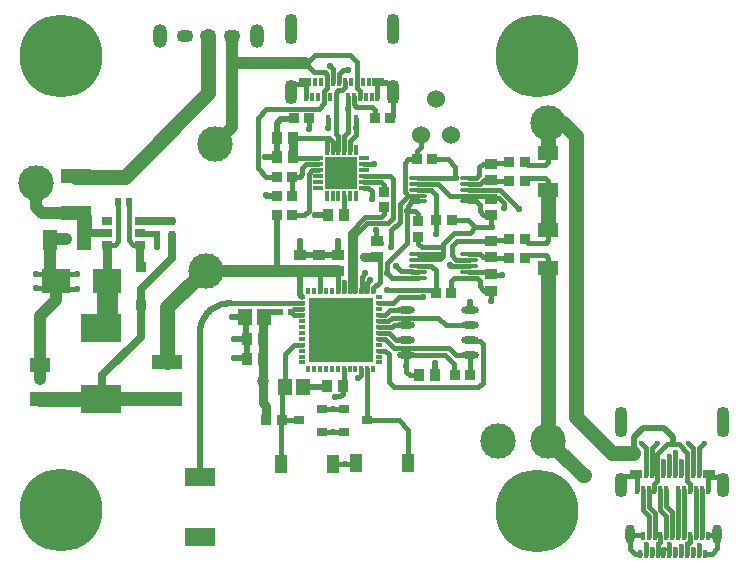
<source format=gbr>
%FSTAX23Y23*%
%MOIN*%
%SFA1B1*%

%IPPOS*%
%AMD13*
4,1,8,0.027600,0.005500,-0.027600,0.005500,-0.028900,0.004100,-0.028900,-0.004100,-0.027600,-0.005500,0.027600,-0.005500,0.028900,-0.004100,0.028900,0.004100,0.027600,0.005500,0.0*
1,1,0.002756,0.027600,0.004100*
1,1,0.002756,-0.027600,0.004100*
1,1,0.002756,-0.027600,-0.004100*
1,1,0.002756,0.027600,-0.004100*
%
%AMD22*
4,1,8,-0.006900,0.007100,-0.006900,-0.007100,-0.005200,-0.008900,0.005200,-0.008900,0.006900,-0.007100,0.006900,0.007100,0.005200,0.008900,-0.005200,0.008900,-0.006900,0.007100,0.0*
1,1,0.003444,-0.005200,0.007100*
1,1,0.003444,-0.005200,-0.007100*
1,1,0.003444,0.005200,-0.007100*
1,1,0.003444,0.005200,0.007100*
%
%AMD23*
4,1,8,0.007100,0.006900,-0.007100,0.006900,-0.008900,0.005200,-0.008900,-0.005200,-0.007100,-0.006900,0.007100,-0.006900,0.008900,-0.005200,0.008900,0.005200,0.007100,0.006900,0.0*
1,1,0.003444,0.007100,0.005200*
1,1,0.003444,-0.007100,0.005200*
1,1,0.003444,-0.007100,-0.005200*
1,1,0.003444,0.007100,-0.005200*
%
%AMD24*
4,1,8,0.005100,-0.015800,0.005100,0.015800,0.004800,0.016100,-0.004800,0.016100,-0.005100,0.015800,-0.005100,-0.015800,-0.004800,-0.016100,0.004800,-0.016100,0.005100,-0.015800,0.0*
1,1,0.000716,0.004800,-0.015800*
1,1,0.000716,0.004800,0.015800*
1,1,0.000716,-0.004800,0.015800*
1,1,0.000716,-0.004800,-0.015800*
%
%AMD25*
4,1,8,0.005100,-0.016200,0.005100,0.016200,0.004800,0.016500,-0.004800,0.016500,-0.005100,0.016200,-0.005100,-0.016200,-0.004800,-0.016500,0.004800,-0.016500,0.005100,-0.016200,0.0*
1,1,0.000716,0.004800,-0.016200*
1,1,0.000716,0.004800,0.016200*
1,1,0.000716,-0.004800,0.016200*
1,1,0.000716,-0.004800,-0.016200*
%
%AMD26*
4,1,8,0.015800,0.005100,-0.015800,0.005100,-0.016100,0.004800,-0.016100,-0.004800,-0.015800,-0.005100,0.015800,-0.005100,0.016100,-0.004800,0.016100,0.004800,0.015800,0.005100,0.0*
1,1,0.000716,0.015800,0.004800*
1,1,0.000716,-0.015800,0.004800*
1,1,0.000716,-0.015800,-0.004800*
1,1,0.000716,0.015800,-0.004800*
%
%ADD10C,0.020000*%
%ADD11R,0.041339X0.062992*%
%ADD12R,0.011811X0.031496*%
G04~CAMADD=13~8~0.0~0.0~578.7~110.2~13.8~0.0~15~0.0~0.0~0.0~0.0~0~0.0~0.0~0.0~0.0~0~0.0~0.0~0.0~0.0~578.7~110.2*
%ADD13D13*%
%ADD14R,0.033465X0.037402*%
%ADD15R,0.066929X0.045276*%
%ADD16R,0.039370X0.035433*%
%ADD17R,0.011811X0.027559*%
%ADD18R,0.039370X0.027559*%
%ADD19R,0.019685X0.023622*%
%ADD20R,0.051181X0.055118*%
%ADD21R,0.212598X0.212598*%
G04~CAMADD=22~8~0.0~0.0~177.2~137.8~17.2~0.0~15~0.0~0.0~0.0~0.0~0~0.0~0.0~0.0~0.0~0~0.0~0.0~0.0~90.0~138.0~178.0*
%ADD22D22*%
G04~CAMADD=23~8~0.0~0.0~177.2~137.8~17.2~0.0~15~0.0~0.0~0.0~0.0~0~0.0~0.0~0.0~0.0~0~0.0~0.0~0.0~0.0~177.2~137.8*
%ADD23D23*%
G04~CAMADD=24~8~0.0~0.0~322.8~102.4~3.6~0.0~15~0.0~0.0~0.0~0.0~0~0.0~0.0~0.0~0.0~0~0.0~0.0~0.0~270.0~102.0~322.0*
%ADD24D24*%
G04~CAMADD=25~8~0.0~0.0~330.7~102.4~3.6~0.0~15~0.0~0.0~0.0~0.0~0~0.0~0.0~0.0~0.0~0~0.0~0.0~0.0~270.0~102.0~330.0*
%ADD25D25*%
G04~CAMADD=26~8~0.0~0.0~322.8~102.4~3.6~0.0~15~0.0~0.0~0.0~0.0~0~0.0~0.0~0.0~0.0~0~0.0~0.0~0.0~0.0~322.8~102.4*
%ADD26D26*%
%ADD27R,0.106299X0.106299*%
%ADD28R,0.137795X0.092520*%
%ADD29R,0.035433X0.039370*%
%ADD30R,0.098425X0.045276*%
%ADD31R,0.096457X0.084646*%
%ADD32R,0.070866X0.051181*%
%ADD33R,0.037402X0.025591*%
%ADD34R,0.023622X0.025197*%
%ADD35R,0.023622X0.029528*%
%ADD36R,0.051181X0.070866*%
%ADD37R,0.037402X0.035433*%
%ADD38R,0.037402X0.033465*%
%ADD39R,0.102362X0.059055*%
%ADD40R,0.035433X0.031496*%
%ADD41O,0.059055X0.023622*%
%ADD42R,0.015748X0.027559*%
%ADD43C,0.015000*%
%ADD44C,0.030000*%
%ADD45C,0.040000*%
%ADD46C,0.050000*%
%ADD47C,0.010000*%
%ADD48C,0.045000*%
%ADD49C,0.025000*%
%ADD50C,0.012000*%
%ADD51C,0.070000*%
%ADD52C,0.060000*%
%ADD53O,0.031496X0.062992*%
%ADD54C,0.275591*%
%ADD55O,0.043307X0.082677*%
%ADD56O,0.043307X0.102362*%
%ADD57O,0.047240X0.078740*%
%ADD58O,0.055118X0.043307*%
%ADD59C,0.118110*%
%ADD60C,0.023000*%
%ADD61C,0.016000*%
%ADD62C,0.028000*%
%ADD63C,0.040000*%
%LNpcb_power_measurement_copper_signal_top-1*%
%LPD*%
G54D10*
X03024Y02568D02*
D01*
X03017Y02568*
X0301Y02567*
X03003Y02566*
X02996Y02565*
X02989Y02562*
X02983Y0256*
X02977Y02557*
X02971Y02553*
X02965Y02549*
X02959Y02545*
X02954Y0254*
X02949Y02535*
X02945Y0253*
X02941Y02524*
X02937Y02518*
X02934Y02512*
X02931Y02506*
X02928Y02499*
X02926Y02493*
X02925Y02486*
X02924Y02479*
X02924Y02472*
X02924Y02468*
X03259Y0273D02*
X03322D01*
X04502Y02099D02*
Y02122D01*
X0447Y02154D02*
X04502Y02122D01*
X04401Y02154D02*
X0447D01*
X0437Y02123D02*
X04401Y02154D01*
X0437Y0207D02*
Y02123D01*
X03823Y02547D02*
Y02574D01*
Y02547D02*
X03824Y02546D01*
X03024Y02568D02*
X03029D01*
X02924Y01995D02*
Y02468D01*
X04368Y02068D02*
X0437Y0207D01*
X03152Y02539D02*
X03191D01*
X03385Y0273D02*
X03385Y0273D01*
X03081Y02385D02*
X03082Y02385D01*
X03709Y02331D02*
Y02368D01*
X03708Y0233D02*
X03709Y02331D01*
X03567Y03272D02*
Y03285D01*
X03549Y03303D02*
X03567Y03285D01*
X03523Y03303D02*
X03549D01*
X03519Y03307D02*
X03523Y03303D01*
X03181Y02677D02*
D01*
Y02864*
X03082Y02385D02*
Y0245D01*
X03082Y0245D02*
X03082Y0245D01*
X03078Y02454D02*
X03082Y0245D01*
X03078Y02454D02*
Y02518D01*
X03073Y02522D02*
X03078Y02518D01*
X03037Y02385D02*
X03081D01*
X03037Y02385D02*
X03037Y02385D01*
X03037Y0245D02*
X03037Y0245D01*
X03082*
X03082Y0245*
X0303Y02522D02*
X03073D01*
X03345Y02291D02*
X03347Y02293D01*
X03271Y02291D02*
X03345D01*
X03322Y0273D02*
X03385D01*
X03259D02*
D01*
X03193Y03183D02*
Y03184D01*
X0318Y03169D02*
X03193Y03183D01*
X0318Y0312D02*
Y03169D01*
X0318Y0312D02*
X0318Y0312D01*
X0318Y03057D02*
Y0312D01*
X02781Y02797D02*
Y02798D01*
X02779Y028D02*
X02781Y02798D01*
X02726Y028D02*
X02779D01*
X02723Y02803D02*
X02726Y028D01*
X02781Y02757D02*
D01*
Y02797*
X03144Y02928D02*
X03144Y02927D01*
X0318*
X03181Y02927*
X03142Y03057D02*
X0318D01*
X03194Y03184D02*
X03235D01*
X03193Y03184D02*
X03194Y03184D01*
X03235D02*
X03236Y03185D01*
X03307Y02862D02*
X03351D01*
X03385Y02775D02*
X03385Y02775D01*
Y0273D02*
Y02775D01*
X03259Y0273D02*
Y02775D01*
X03136Y02522D02*
Y02524D01*
X03152Y02539*
X03259Y02677D02*
D01*
Y02596D02*
Y02677D01*
Y02596D02*
X03265Y0259D01*
G54D11*
X03369Y02034D03*
X03194D03*
X03619Y02035D03*
X03444D03*
G54D12*
X04607Y01734D03*
X04587D03*
X04568D03*
X04548D03*
X04528D03*
X04509D03*
X04489D03*
X04469D03*
X0445D03*
X0443D03*
X0441D03*
X0439D03*
X044Y01793D03*
X0442D03*
X0444D03*
X04459D03*
X04479D03*
X04499D03*
X04518D03*
X04538D03*
X04558D03*
X04577D03*
X04597D03*
X04617D03*
G54D13*
X03652Y02733D03*
Y02714D03*
Y02694D03*
Y02674D03*
Y02654D03*
X03821D03*
Y02674D03*
Y02694D03*
Y02714D03*
Y02733D03*
X03652Y02986D03*
Y02967D03*
Y02947D03*
Y02927D03*
Y02908D03*
X03821D03*
Y02927D03*
Y02947D03*
Y02967D03*
Y02986D03*
G54D14*
X03699Y03049D03*
X03648D03*
X03711Y02603D03*
X03762D03*
X04006Y02977D03*
X03955D03*
X04006Y02782D03*
X03955D03*
X04006Y02719D03*
X03955D03*
X03763Y02847D03*
X03712D03*
X04006Y0304D03*
X03955D03*
X03145Y02179D03*
X03196D03*
X03773Y02328D03*
X03824D03*
X03181Y02927D03*
X03232D03*
Y02864D03*
X03181D03*
X03232Y0299D03*
X03181D03*
X03507Y03185D03*
X03559D03*
X03236D03*
X03287D03*
G54D15*
X04085Y02687D03*
Y02812D03*
Y02945D03*
Y03069D03*
G54D16*
X03895Y02665D03*
Y02611D03*
Y02864D03*
Y02917D03*
Y02981D03*
Y03034D03*
Y02777D03*
Y02724D03*
X03513Y02776D03*
Y02723D03*
X03385Y0273D03*
Y02677D03*
X03322Y0273D03*
Y02677D03*
X03259D03*
Y0273D03*
G54D17*
X04597Y01946D03*
X04577D03*
X04558D03*
X04538D03*
X04518D03*
X04617D03*
X04459D03*
X04439D03*
X0442D03*
X044D03*
X0438D03*
X04479D03*
X0441Y01998D03*
X0443D03*
X04449D03*
X04469D03*
X04489D03*
X04528D03*
X04548D03*
X04567D03*
X04587D03*
X04508D03*
X03407Y03307D03*
X03486D03*
X03466D03*
X03446D03*
X03427D03*
X03387D03*
X03368D03*
X03348D03*
X03328D03*
X03309D03*
X03377Y03255D03*
X03279D03*
X03299D03*
X03318D03*
X03338D03*
X03358D03*
X03515D03*
X03417D03*
X03437D03*
X03456D03*
X03476D03*
X03496D03*
G54D18*
X04376Y01998D03*
X04621Y01998D03*
X03519Y03307D03*
X03275Y03307D03*
G54D19*
X03227Y02539D03*
X03192D03*
G54D20*
X03269Y0229D03*
X03206D03*
X03073Y02522D03*
X03136D03*
G54D21*
X03393Y0248D03*
G54D22*
X03285Y02608D03*
X03305D03*
X03324D03*
X03344D03*
X03364D03*
X03383D03*
X03403D03*
X03423D03*
X03442D03*
X03462D03*
X03482D03*
X03501D03*
Y02351D03*
X03482D03*
X03462D03*
X03442D03*
X03423D03*
X03403D03*
X03383D03*
X03364D03*
X03344D03*
X03324D03*
X03305D03*
X03285D03*
G54D23*
X03522Y02588D03*
Y02568D03*
Y02549D03*
Y02529D03*
Y02509D03*
Y0249D03*
Y0247D03*
Y0245D03*
Y02431D03*
Y02411D03*
Y02391D03*
Y02372D03*
X03265D03*
Y02391D03*
Y02411D03*
Y02431D03*
Y0245D03*
Y0247D03*
Y0249D03*
Y02509D03*
Y02529D03*
Y02549D03*
Y02568D03*
Y02588D03*
G54D24*
X03405Y0308D03*
X03425D03*
X03385D03*
X03366D03*
X03346D03*
X03385Y02926D03*
X03366D03*
X03346D03*
X03405D03*
X03425D03*
X03444D03*
G54D25*
X03444Y03081D03*
G54D26*
X03318Y03013D03*
Y03033D03*
Y03053D03*
Y02994D03*
Y02974D03*
Y02954D03*
X03472Y02994D03*
Y02974D03*
Y02954D03*
Y03013D03*
Y03033D03*
Y03053D03*
G54D27*
X03395Y03003D03*
G54D28*
X02594Y02485D03*
Y02249D03*
G54D29*
X03347Y02293D03*
X034D03*
X03655Y02328D03*
X03708D03*
X03082Y02384D03*
X03135D03*
X03082Y0245D03*
X03135D03*
X03404Y02862D03*
X03351D03*
X03233Y03057D03*
X0318D03*
Y0312D03*
X03233D03*
G54D30*
X02815Y02373D03*
Y02249D03*
X02511Y02868D03*
Y02992D03*
G54D31*
X02445Y02643D03*
X02615D03*
G54D32*
X0239Y0225D03*
Y02364D03*
G54D33*
X02615Y02763D03*
Y02803D03*
Y02842D03*
X02723D03*
Y02803D03*
Y02763D03*
G54D34*
X02687Y02905D03*
X02652D03*
G54D35*
X0283Y02842D03*
Y02797D03*
X02781D03*
Y02842D03*
G54D36*
X02423Y0278D03*
X02537D03*
G54D37*
X02727Y02564D03*
Y02688D03*
G54D38*
X03652Y02791D03*
Y02842D03*
X03537Y02889D03*
Y0294D03*
G54D39*
X02924Y0199D03*
Y01789D03*
G54D40*
X03253Y02178D03*
X03332Y02215D03*
Y0214D03*
X03482Y02178D03*
X03403Y0214D03*
Y02215D03*
G54D41*
X03823Y02396D03*
Y02446D03*
Y02496D03*
Y02546D03*
X03611Y02396D03*
Y02446D03*
Y02496D03*
Y02546D03*
G54D42*
X03444Y03183D03*
X03417D03*
X0335D03*
X03377D03*
G54D43*
X03662Y03091D02*
Y0313D01*
X03648Y03077D02*
X03662Y03091D01*
X03648Y03049D02*
Y03077D01*
X03647Y03048D02*
X03648Y03049D01*
X03526Y02974D02*
X03537Y02964D01*
Y0294D02*
Y02964D01*
X03472Y02974D02*
X03526D01*
X03537Y02865D02*
Y02889D01*
X03528Y02856D02*
X03537Y02865D01*
X03475Y02856D02*
X03528D01*
X0359Y02898D02*
X03619Y02927D01*
X0359Y0284D02*
Y02898D01*
X03562Y02812D02*
X0359Y0284D01*
X03557Y02994D02*
X03568Y02983D01*
Y02854D02*
Y02983D01*
X0355Y02836D02*
X03568Y02854D01*
X03615Y02875D02*
X03617Y02876D01*
Y02892*
X03632Y02908*
X03652*
X03562Y02756D02*
Y02812D01*
X03775Y02986D02*
Y03024D01*
X03733Y02733D02*
Y02756D01*
Y02725D02*
Y02733D01*
X03513Y02723D02*
X03524Y02713D01*
X03612Y02393D02*
X03613Y02394D01*
X03377Y02668D02*
X03383Y02661D01*
X03724Y02716D02*
X03733Y02725D01*
X03653Y02716D02*
X03724D01*
X03733Y02756D02*
Y02766D01*
X03663Y02756D02*
X03733D01*
X03652Y02767D02*
X03663Y02756D01*
X03652Y02767D02*
Y02791D01*
Y02842D02*
Y02865D01*
X03641Y02875D02*
X03652Y02865D01*
X03615Y02875D02*
X03641D01*
X03615Y0277D02*
Y02874D01*
X03615Y02875*
X03549Y02704D02*
X03615Y0277D01*
X03594Y02676D02*
X0363D01*
X03577Y02694D02*
X03594Y02676D01*
X0363D02*
X03632Y02674D01*
X03652*
X03549Y02669D02*
Y02704D01*
X03607Y03035D02*
X03619Y03048D01*
X03607Y0294D02*
Y03035D01*
Y0294D02*
X03619Y02927D01*
X03652*
X03752Y03048D02*
X03775Y03024D01*
X037Y03048D02*
X03752D01*
X03699Y03049D02*
X037Y03048D01*
X03588Y02589D02*
X03668D01*
X03549Y02669D02*
X03563Y02654D01*
X03824Y02804D02*
X03842Y02822D01*
X03771Y02804D02*
X03824D01*
X03733Y02766D02*
X03771Y02804D01*
X03764Y02846D02*
X03818D01*
X03763Y02847D02*
X03764Y02846D01*
X03818D02*
X03842Y02822D01*
X03896*
X03652Y02733D02*
X03733D01*
X03619Y03048D02*
X03647D01*
X03652Y02986D02*
X03775D01*
X03652Y02986D02*
X03652Y02986D01*
X03423Y03396D02*
X03446Y03373D01*
X03306Y03396D02*
X03423D01*
X03277Y03367D02*
X03306Y03396D01*
X03277Y03367D02*
X03305Y03339D01*
X0334*
X03524Y02641D02*
Y02713D01*
X03501Y02618D02*
X03524Y02641D01*
X02446Y02617D02*
X02514D01*
X02445Y02618D02*
X02446Y02617D01*
X02469Y02667D02*
X02514D01*
X02445Y02643D02*
X02469Y02667D01*
X02376Y02619D02*
X02444D01*
X02445Y02618*
X02376Y02667D02*
X02422D01*
X02423Y02666*
X03423Y02804D02*
X03475Y02856D01*
X03482Y02836D02*
X0355D01*
X03442Y02796D02*
X03482Y02836D01*
X03501Y03033D02*
X03503Y03032D01*
X03472Y03033D02*
X03501D01*
X03383Y02608D02*
Y02661D01*
X03442Y02608D02*
Y02796D01*
X03423Y02608D02*
Y02804D01*
X03463Y02609D02*
Y02656D01*
X03462Y02608D02*
X03463Y02609D01*
Y02656D02*
X03475Y02668D01*
X03423Y02608D02*
X03423Y02608D01*
X03403Y02608D02*
Y02641D01*
X03482Y02637D02*
X03492Y02647D01*
X03482Y02608D02*
Y02637D01*
X03563Y02654D02*
X03652D01*
X03513Y02723D02*
X03513Y02723D01*
X03526Y02771D02*
X03526Y0277D01*
X03501Y02608D02*
Y02618D01*
X03377Y02668D02*
X03385Y02677D01*
X03711Y02603D02*
Y02678D01*
X03548Y02613D02*
X03702D01*
X03711Y02603*
Y02603D02*
Y02603D01*
X03568Y02568D02*
X03588Y02589D01*
X03522Y02568D02*
X03568D01*
X03711Y02798D02*
X03711Y02799D01*
Y02846*
X03712Y02847*
X03772Y02654D02*
X03821D01*
X03762Y02644D02*
X03772Y02654D01*
X03762Y02603D02*
Y02644D01*
X03695Y02694D02*
X03711Y02678D01*
X03652Y02694D02*
X03695D01*
X03712Y02847D02*
Y02928D01*
X03693Y02947D02*
X03712Y02928D01*
X03652Y02947D02*
X03693D01*
X03472Y02994D02*
X03557D01*
X03759Y02927D02*
X03821D01*
X03719Y02967D02*
X03759Y02927D01*
X03652Y02967D02*
X03719D01*
X03923Y02947D02*
X03987Y02884D01*
X04548Y01765D02*
X04558Y01774D01*
X0445Y01764D02*
X0445Y01765D01*
X03922Y02918D02*
X03939Y02902D01*
Y02885D02*
Y02902D01*
X03896Y02918D02*
X03922D01*
X03821Y02947D02*
X03923D01*
X03758Y02694D02*
X0382D01*
X03758Y02695D02*
X03758Y02694D01*
X03512Y02777D02*
Y02811D01*
X03135Y0245D02*
X03137Y02452D01*
X03821Y02674D02*
X03895D01*
X03931Y02664D02*
X03932Y02663D01*
X03896Y02664D02*
X03931D01*
X03895Y02665D02*
X03896Y02664D01*
X03884Y02927D02*
X03895Y02917D01*
Y02917D02*
X03896Y02918D01*
X03895Y02577D02*
Y02611D01*
X03895Y02822D02*
X03896Y02822D01*
X03895Y02822D02*
Y02863D01*
X03895Y02864D02*
X03895Y02863D01*
X03867Y02724D02*
X03895D01*
X03857Y02733D02*
X03867Y02724D01*
X03821Y02733D02*
X03857D01*
X0387Y02981D02*
X03895D01*
X03856Y02967D02*
X0387Y02981D01*
X03821Y02967D02*
X03856D01*
X03855Y03022D02*
X03867Y03034D01*
X03855Y02996D02*
Y03022D01*
X03845Y02986D02*
X03855Y02996D01*
X03867Y03034D02*
X03895D01*
X03821Y02986D02*
X03845D01*
X04084Y02779D02*
X04085Y02812D01*
X04076Y02771D02*
X04084Y02779D01*
X04017Y02771D02*
X04076D01*
Y0273D02*
X04085Y02721D01*
X04017Y0273D02*
X04076D01*
X04084Y03039D02*
Y03068D01*
X04073Y03029D02*
X04084Y03039D01*
X04017Y03029D02*
X04073D01*
X04006Y0304D02*
X04017Y03029D01*
X04084Y03068D02*
X04085Y03069D01*
X04084Y02946D02*
Y02976D01*
X04073Y02987D02*
X04084Y02976D01*
X04016Y02987D02*
X04073D01*
X04006Y02977D02*
X04016Y02987D01*
X04084Y02946D02*
X04085Y02945D01*
X03895Y02981D02*
X03899Y02977D01*
X03955*
X03952Y03037D02*
X03955Y0304D01*
X03897Y03037D02*
X03952D01*
X03895Y03034D02*
X03897Y03037D01*
X03857Y02875D02*
Y02896D01*
X03845Y02908D02*
X03857Y02896D01*
X03821Y02908D02*
X03845D01*
X03867Y02864D02*
X03895D01*
X03857Y02875D02*
X03867Y02864D01*
X0387Y02611D02*
X03895D01*
X03857Y02625D02*
X0387Y02611D01*
X03857Y02625D02*
Y02644D01*
X03821Y02927D02*
X03884D01*
X03846Y02654D02*
X03857Y02644D01*
X03821Y02654D02*
X03846D01*
X03781Y02777D02*
X03895D01*
X03765Y02761D02*
X03781Y02777D01*
X03765Y02729D02*
Y02761D01*
Y02729D02*
X03779Y02714D01*
X03821*
X03953Y02779D02*
X03955Y02782D01*
X03897Y02779D02*
X03953D01*
X03895Y02777D02*
X03897Y02779D01*
X03952Y02721D02*
X03955Y02719D01*
X03897Y02721D02*
X03952D01*
X03895Y02724D02*
X03897Y02721D01*
X04085Y02687D02*
Y02721D01*
X03029Y02568D02*
X03265D01*
X0443Y02087D02*
X04446Y02103D01*
X0443Y01999D02*
Y02087D01*
X0441Y01734D02*
Y01765D01*
X04568Y01734D02*
Y01751D01*
X04509D02*
X04509Y0175D01*
Y01734D02*
Y0175D01*
Y01734D02*
X04509Y01734D01*
X04469Y0175D02*
X0447Y01751D01*
X04469Y01734D02*
Y0175D01*
X04469Y01734D02*
X04469Y01734D01*
X04489Y01765D02*
X04489Y01765D01*
Y01734D02*
Y01765D01*
X0443Y01751D02*
X0443Y0175D01*
X0445Y01734D02*
Y01764D01*
X0443Y01734D02*
Y0175D01*
Y01734D02*
X0443Y01734D01*
X0445Y01765D02*
X0445Y01764D01*
X04588Y01761D02*
Y01763D01*
Y01761D02*
X04588Y01761D01*
Y01744D02*
Y01761D01*
X04588Y01744D02*
X04588Y01744D01*
X04588Y01734D02*
Y01744D01*
X04587Y01734D02*
X04588Y01734D01*
X04528Y0176D02*
X04529Y01761D01*
X04528Y01734D02*
Y0176D01*
X04528Y01734D02*
X04528Y01734D01*
X04358Y01749D02*
Y018D01*
Y01749D02*
X04374Y01734D01*
X0439*
X04649Y01753D02*
Y018D01*
X0463Y01734D02*
X04649Y01753D01*
X04607Y01734D02*
X0463D01*
X04548Y01734D02*
Y01765D01*
X04548Y01734D02*
X04548Y01734D01*
X04558Y01774D02*
Y01793D01*
X0445Y01734D02*
X0445Y01734D01*
X0445Y01765D02*
X04459Y01774D01*
X0445Y01765D02*
X0445D01*
X04489Y01734D02*
X04489Y01734D01*
X04528Y02041D02*
X04528Y02042D01*
X04548Y01998D02*
Y02071D01*
X04567Y01998D02*
Y02087D01*
X04645Y01796D02*
X04649Y018D01*
X04459Y01774D02*
Y01793D01*
X04362Y01796D02*
X04399D01*
X04358Y018D02*
X04362Y01796D01*
X04618D02*
X04645D01*
X04469Y01998D02*
Y02043D01*
X04469Y01998D02*
X04469Y01998D01*
X04489Y01998D02*
Y02057D01*
X04489Y01998D02*
X04489Y01998D01*
Y02057D02*
X04489Y02058D01*
X04597Y01793D02*
Y01946D01*
X04577Y01793D02*
Y01946D01*
X04538Y01793D02*
Y01946D01*
X04518Y01793D02*
Y01946D01*
X04499Y01793D02*
Y01872D01*
X04479Y01793D02*
Y01861D01*
X0444Y01793D02*
Y0187D01*
X0442Y01793D02*
Y0186D01*
X04459Y01881D02*
Y01946D01*
Y01881D02*
X04479Y01861D01*
X04479Y01892D02*
Y01946D01*
Y01892D02*
X04499Y01872D01*
X0442Y0189D02*
Y01946D01*
Y0189D02*
X0444Y0187D01*
X03482Y02178D02*
Y02351D01*
X03607Y02034D02*
X03619Y02046D01*
Y02145*
X03586Y02178D02*
X03619Y02145D01*
X03482Y02178D02*
X03586D01*
X03371Y02032D02*
X03407D01*
X03369Y02034D02*
X03371Y02032D01*
X03439Y02023D02*
Y02034D01*
X03437Y02032D02*
X03439Y02034D01*
X03407Y02032D02*
X03437D01*
X03482Y02178D02*
X03482D01*
X03194Y02034D02*
X03195Y02035D01*
Y02177*
X03196Y02179*
X03375Y02258D02*
X03391D01*
X034Y02267*
Y02293*
X03374Y02257D02*
X03375Y02258D01*
X0441Y01998D02*
Y02086D01*
X04394Y02102D02*
X0441Y02086D01*
X04502Y02099D02*
X0452D01*
X04481D02*
X04502D01*
X04328Y0199D02*
X0433Y01992D01*
X04371*
X04376Y01998*
X04652Y01991D02*
X04669Y01974D01*
X04627Y01991D02*
X04652D01*
X04669Y01962D02*
Y01974D01*
X04621Y01998D02*
X04627Y01991D01*
X04617Y01946D02*
Y01994D01*
X04621Y01998*
X04617Y01946D02*
X04617Y01946D01*
X04528Y01998D02*
Y02041D01*
X04528Y01998D02*
X04528Y01998D01*
X04508Y02073D02*
X04509Y02074D01*
X04508Y01998D02*
Y02073D01*
X04508Y01998D02*
X04508Y01998D01*
X0452Y02099D02*
X04548Y02071D01*
X04548Y01998D02*
X04548Y01998D01*
X04558Y01946D02*
Y01967D01*
X04548Y01977D02*
X04558Y01967D01*
X04548Y01977D02*
Y01997D01*
X04449Y01976D02*
Y01998D01*
X04439Y01966D02*
X04449Y01976D01*
X04439Y01946D02*
Y01966D01*
X04548Y01998D02*
X04548Y01997D01*
X04449Y01998D02*
Y02067D01*
X04587Y01998D02*
Y02087D01*
X04449Y02067D02*
X04481Y02099D01*
X0438Y01946D02*
Y01994D01*
X04376Y01998D02*
X0438Y01994D01*
X044Y0188D02*
X0442Y0186D01*
X044Y0188D02*
Y01946D01*
X04394Y02102D02*
Y02103D01*
X04328Y01978D02*
Y0199D01*
X04552Y02103D02*
X04567Y02087D01*
X04587Y02087D02*
X04603Y02103D01*
X04668Y01978D02*
Y0199D01*
X034Y02293D02*
X03403Y02295D01*
X03237Y02529D02*
X03265D01*
X03227Y02539D02*
X03237Y02529D01*
X03227Y02539D02*
X03236Y02549D01*
X03265*
X03346Y03113D02*
X03353Y0312D01*
X03233D02*
X03353D01*
X03357Y03361D02*
X03368Y0335D01*
Y03307D02*
Y0335D01*
X03624Y02328D02*
X03655D01*
X03612Y02339D02*
X03624Y02328D01*
X03754Y02421D02*
X03779Y02395D01*
X03571Y02421D02*
X03754D01*
X03541Y0245D02*
X03571Y02421D01*
X03578Y02446D02*
X03611D01*
X03554Y0247D02*
X03578Y02446D01*
X03522Y0247D02*
X03554D01*
X03612Y02339D02*
Y02358D01*
X03462Y02329D02*
Y02351D01*
X03452Y02319D02*
X03462Y02329D01*
X03444Y03128D02*
Y03152D01*
X03425Y03109D02*
X03444Y03128D01*
X03425Y0308D02*
Y03109D01*
X03485Y02954D02*
X03496Y02943D01*
Y02917D02*
Y02943D01*
X03472Y02954D02*
X03485D01*
X03116Y03018D02*
Y03187D01*
Y03018D02*
X03144Y0299D01*
X03116Y03187D02*
X03145Y03217D01*
X03244Y03301D02*
X03269D01*
X03227Y03284D02*
X03244Y03301D01*
X03227Y03272D02*
Y03284D01*
X03269Y03301D02*
X03275Y03307D01*
X03279Y03303*
Y03255D02*
Y03303D01*
X03515Y03303D02*
X03519Y03307D01*
X03515Y03255D02*
Y03303D01*
X0334Y03339D02*
X03348Y03331D01*
Y03307D02*
Y03331D01*
X03446Y03307D02*
Y03373D01*
X03348Y03285D02*
Y03307D01*
X03387Y03333D02*
X034Y03346D01*
X03387Y03307D02*
Y03333D01*
X03287Y03148D02*
Y03185D01*
X034Y03346D02*
X03417D01*
X03445Y03223D02*
X03499D01*
X03437Y03232D02*
X03445Y03223D01*
X03437Y03232D02*
Y03255D01*
X03417Y03183D02*
Y03255D01*
X03377Y03183D02*
Y03255D01*
X03446Y03286D02*
X03456Y03276D01*
Y03255D02*
Y03276D01*
X03446Y03286D02*
Y03307D01*
X03338Y03275D02*
X03348Y03285D01*
X03338Y03255D02*
Y03275D01*
Y03235D02*
Y03255D01*
X0332Y03217D02*
X03338Y03235D01*
X03145Y03217D02*
X0332D01*
X03237Y03053D02*
X03318D01*
X03346Y0308D02*
Y03113D01*
X03353Y0312D02*
X03366Y03107D01*
Y0308D02*
Y03107D01*
Y0308D02*
D01*
X03567Y03193D02*
Y03272D01*
X03559Y03185D02*
X03567Y03193D01*
X03444Y03152D02*
Y03183D01*
X0335Y03152D02*
D01*
Y03183*
X03277Y03033D02*
X03318D01*
X03265Y03021D02*
X03277Y03033D01*
X03265Y02999D02*
Y03021D01*
X03257Y0299D02*
X03265Y02999D01*
X03232Y0299D02*
X03257D01*
X03472Y02994D02*
X03472Y02994D01*
X03368Y02215D02*
X03403D01*
X03332D02*
X03368D01*
Y0214D02*
X03403D01*
X03332D02*
X03368D01*
X03332D02*
D01*
X03612Y02358D02*
Y02393D01*
X03611Y02396D02*
X03613Y02394D01*
X03571Y02288D02*
X03852D01*
X03555Y02305D02*
X03571Y02288D01*
X03555Y02305D02*
Y02398D01*
X03542Y02411D02*
X03555Y02398D01*
X03742Y02396D02*
X03772Y02366D01*
Y0233D02*
Y02366D01*
X03611Y02396D02*
X03742D01*
X03779Y02395D02*
X03823D01*
X03522Y02411D02*
X03542D01*
X03868Y02304D02*
Y02433D01*
X03852Y02288D02*
X03868Y02304D01*
X03552Y02509D02*
X03564Y02521D01*
X03571Y02496D02*
X03611D01*
X03564Y0249D02*
X03571Y02496D01*
X03522Y0249D02*
X03564D01*
X03522Y02509D02*
X03552D01*
X03557Y02546D02*
X03611D01*
X0354Y02529D02*
X03557Y02546D01*
X03522Y02529D02*
X0354D01*
X03564Y02521D02*
X03719D01*
X03856Y02444D02*
X03868Y02433D01*
X03825Y02444D02*
X03856D01*
X03253Y02178D02*
X03253Y02178D01*
X03197Y02178D02*
X03253D01*
X03196Y02179D02*
X03197Y02178D01*
X03208Y0229D02*
Y024D01*
X03211Y02288D02*
Y0229D01*
X03196Y02179D02*
Y0228D01*
X03206Y0229*
X03208Y024D02*
X03239Y02431D01*
X03482Y02351D02*
X03482Y02351D01*
X02924Y0199D02*
X02927Y01994D01*
X03385Y03278D02*
X03397D01*
X03377Y03271D02*
X03385Y03278D01*
X03377Y03255D02*
Y03271D01*
X03397Y03278D02*
X03407Y03288D01*
Y03307*
X02652Y02775D02*
Y02905D01*
X02642Y02764D02*
X02652Y02775D01*
X02686Y02778D02*
Y02897D01*
Y02778D02*
X027Y02763D01*
X02723*
X03823Y0233D02*
Y02396D01*
Y02446D02*
X03825Y02444D01*
X03719Y02521D02*
X03744Y02496D01*
X03823*
X03522Y0245D02*
X03541D01*
X03403Y02295D02*
Y02351D01*
X03403Y02351*
X03239Y02431D02*
X03265D01*
X03135Y0245D02*
X03135Y0245D01*
Y02384D02*
X03135Y02384D01*
X03322Y02668D02*
X03324Y02666D01*
Y02608D02*
Y02666D01*
X03322Y02668D02*
Y02677D01*
X02615Y02764D02*
X02642D01*
X03405Y02855D02*
Y02926D01*
X03144Y0299D02*
X03181D01*
X03298Y03013D02*
X03318D01*
X03286Y03001D02*
X03298Y03013D01*
X03286Y02877D02*
Y03001D01*
X03272Y02864D02*
X03286Y02877D01*
X03232Y02864D02*
X03272D01*
X03232Y02927D02*
Y0299D01*
X03405Y0308D02*
Y03127D01*
X03417Y03139*
Y03183*
X03385Y0308D02*
Y03126D01*
X03377Y03134D02*
X03385Y03126D01*
X03377Y03134D02*
Y03183D01*
X03499Y03223D02*
X03507Y03214D01*
Y03185D02*
Y03214D01*
G54D44*
X03233Y03057D02*
Y0312D01*
X03471Y02723D02*
X03513D01*
X03145Y02179D02*
Y02226D01*
X03135Y02236D02*
X03145Y02226D01*
X03135Y02236D02*
Y02311D01*
D01*
Y02384D01*
X02511Y02992D02*
X02512Y02991D01*
X02614Y02643D02*
Y02762D01*
X03135Y02384D02*
Y0245D01*
X03135Y0245D02*
Y0252D01*
G54D45*
X03031Y03369D02*
X03275D01*
X03031D02*
Y03459D01*
Y03156D02*
Y03369D01*
X03322Y02677D02*
X03385D01*
X02975Y031D02*
X03031Y03156D01*
X02445Y02618D02*
Y02643D01*
Y0258D02*
Y02618D01*
X02392Y02316D02*
Y02527D01*
X02423Y02666D02*
X02445Y02643D01*
X02423Y02666D02*
Y0278D01*
X02446Y02782D02*
X02477D01*
X02392Y02527D02*
X02445Y0258D01*
X02945Y02677D02*
X03137D01*
X02937D02*
X02945D01*
X03181D02*
X03259D01*
X03141D02*
X03181D01*
X02399Y02868D02*
X02511D01*
X02376Y0289D02*
X02399Y02868D01*
X02376Y0289D02*
Y02969D01*
X03135Y0252D02*
X03136Y02522D01*
X03259Y02677D02*
X03322D01*
G54D46*
X02952Y03268D02*
Y03459D01*
X02675Y02991D02*
X02952Y03268D01*
X02512Y02991D02*
X02675D01*
X04176Y0219D02*
Y03127D01*
X04133Y03169D02*
X04176Y03127D01*
X04085Y03169D02*
X04133D01*
X04085Y03085D02*
Y03169D01*
X04176Y0219D02*
X04298Y02068D01*
X04085Y02595D02*
Y02671D01*
Y02111D02*
Y02595D01*
X04085Y02111D02*
X04201Y01995D01*
X04085Y02111D02*
X04085Y02111D01*
X04085Y02111D02*
Y02111D01*
X04201Y01995D02*
X04203D01*
X04298Y02068D02*
X04368D01*
X04085Y02933D02*
X04085Y0282D01*
X02815Y02556D02*
X02937Y02677D01*
X02815Y02373D02*
Y02556D01*
X02391Y02249D02*
X02593D01*
X0239Y0225D02*
X02391Y02249D01*
X02537Y02803D02*
Y02857D01*
G54D47*
X03318Y03053D02*
X03318Y03053D01*
X04085Y02812D02*
X04085Y0282D01*
X04006Y02782D02*
X04017Y02771D01*
X04006Y02719D02*
X04017Y0273D01*
X03233Y03057D02*
X03237Y03053D01*
X03403Y02215D02*
D01*
X03823Y02395D02*
X03823Y02396D01*
X03405Y02855D02*
X03406Y02854D01*
X03232Y0299D02*
D01*
X03377Y03183D02*
Y03183D01*
G54D48*
X02593Y02249D02*
X02815D01*
G54D49*
X02593Y02249D02*
X02599Y02255D01*
X02727Y02615D02*
X02831Y02719D01*
X02727Y02564D02*
Y02615D01*
X02831Y02719D02*
Y02796D01*
X02727Y02456D02*
Y02564D01*
X02599Y02328D02*
X02727Y02456D01*
X02599Y02255D02*
Y02328D01*
X02723Y02699D02*
Y02763D01*
Y02699D02*
X02723Y02698D01*
X02537Y02803D02*
X02615D01*
X02537Y0278D02*
Y02803D01*
X02511Y02868D02*
X02527D01*
X02537Y02857*
X02723Y02842D02*
X02781D01*
X0283*
X02615Y02763D02*
Y02764D01*
X02614Y02762D02*
X02615Y02763D01*
X0283Y02797D02*
X02831Y02796D01*
G54D50*
X03522Y0247D02*
X03523Y02469D01*
X03611Y02546D02*
X03611Y02546D01*
G54D51*
X02614Y02526D02*
Y02643D01*
G54D52*
X03662Y0313D03*
X03762D03*
X0371Y0325D03*
G54D53*
X04649Y018D03*
X04358D03*
G54D54*
X02461Y0188D03*
X04049Y01875D03*
Y03393D03*
X02461D03*
G54D55*
X04328Y01962D03*
X04669D03*
X03567Y03272D03*
X03227D03*
G54D56*
X04329Y02173D03*
X04669D03*
X03568Y03482D03*
X03228D03*
G54D57*
X02791Y03459D03*
X03114D03*
G54D58*
X03031Y03459D03*
X02874D03*
X02952D03*
G54D59*
X02975Y031D03*
X03918Y02111D03*
X02945Y02677D03*
X02376Y02969D03*
X04085Y02111D03*
Y03169D03*
G54D60*
X03615Y02875D03*
X03562Y02756D03*
X03577Y02694D03*
X03668Y02589D03*
X03549Y02669D03*
X03475Y02668D03*
X03776Y02987D03*
X03232Y03089D03*
X02514Y02617D03*
Y02667D03*
X02376Y02619D03*
Y02667D03*
X02477Y02782D03*
X02392Y02316D03*
X03503Y03032D03*
X03492Y02647D03*
X03548Y02613D03*
X03711Y02798D03*
X04085Y02595D03*
X03987Y02884D03*
X03939Y02885D03*
X03758Y02695D03*
X03512Y02812D03*
X03932Y02663D03*
X03895Y02577D03*
X03823Y02574D03*
X03896Y02822D03*
X03407Y02032D03*
X03374Y02257D03*
X03709Y02368D03*
X03452Y02319D03*
X03037Y02385D03*
Y0245D03*
X0303Y02522D03*
X03357Y03361D03*
X03313Y02291D03*
X03287Y03148D03*
X03417Y03215D03*
X03444Y03152D03*
X0335D03*
X02781Y02757D03*
X03144Y02928D03*
X03142Y03057D03*
X03193Y03184D03*
X03307Y02862D03*
X03385Y02775D03*
X03259D03*
X03496Y02917D03*
X03368Y0214D03*
Y02215D03*
X03612Y02358D03*
X03417Y03346D03*
G54D61*
X03403Y02641D03*
X04394Y02103D03*
X04568Y01751D03*
X0447D03*
X04489Y01765D03*
X0441Y01765D03*
X0443Y01751D03*
X04529Y01761D03*
X04549Y01765D03*
X0445Y01765D03*
X04509Y01751D03*
X04528Y02042D03*
X04588Y01763D03*
X04469Y02043D03*
X04489Y02058D03*
X04603Y02103D03*
X04509Y02074D03*
X04446Y02103D03*
X04552D03*
X03357Y02516D03*
X0343D03*
X0332D03*
X03319Y02443D03*
X03357D03*
X0343D03*
X03392D03*
X03466D03*
X0343Y02406D03*
Y02479D03*
X03357Y02556D03*
X0343Y02555D03*
X03466Y02516D03*
X03393D03*
X03357Y02479D03*
Y02406D03*
X0337Y03003D03*
X03395Y02978D03*
Y03028D03*
X0342Y03003D03*
X03395D03*
G54D62*
X03471Y02723D03*
G54D63*
X04203Y01995D03*
X03135Y02311D03*
M02*
</source>
